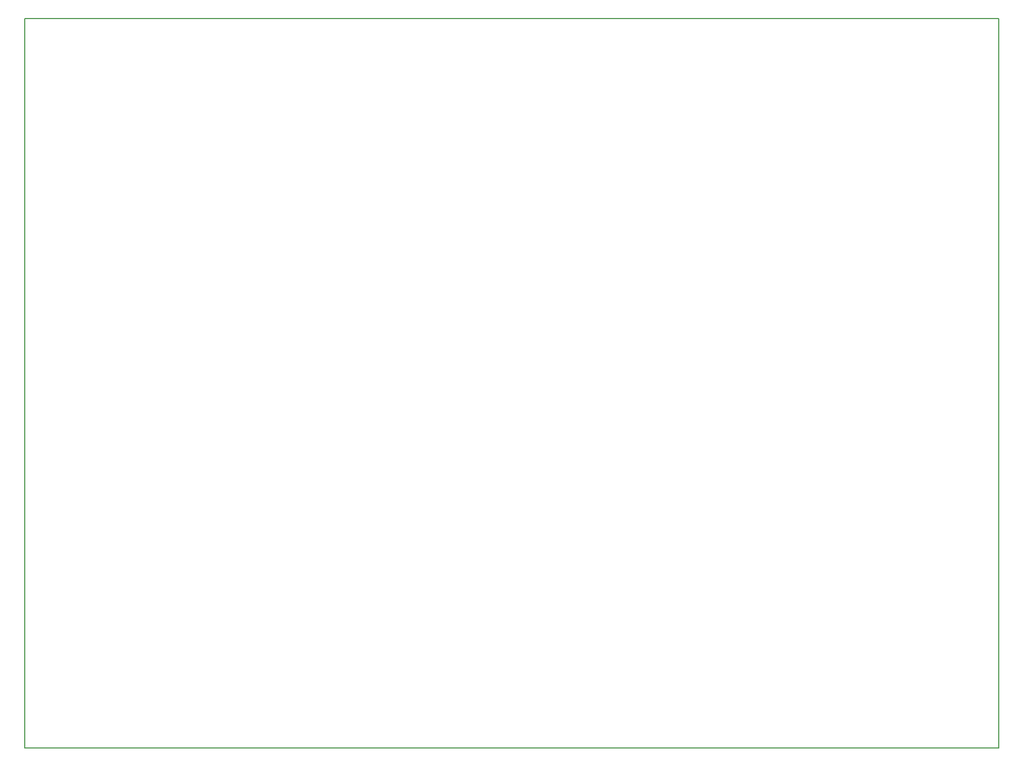
<source format=gm1>
G04 #@! TF.GenerationSoftware,KiCad,Pcbnew,5.0.2-bee76a0~70~ubuntu18.04.1*
G04 #@! TF.CreationDate,2019-03-31T10:33:46+02:00*
G04 #@! TF.ProjectId,Angelia,416e6765-6c69-4612-9e6b-696361645f70,rev?*
G04 #@! TF.SameCoordinates,Original*
G04 #@! TF.FileFunction,Profile,NP*
%FSLAX46Y46*%
G04 Gerber Fmt 4.6, Leading zero omitted, Abs format (unit mm)*
G04 Created by KiCad (PCBNEW 5.0.2-bee76a0~70~ubuntu18.04.1) date dim. 31 mars 2019 10:33:46 CEST*
%MOMM*%
%LPD*%
G01*
G04 APERTURE LIST*
%ADD10C,0.200000*%
G04 APERTURE END LIST*
D10*
X23596690Y21386890D02*
X23596690Y141386890D01*
X183596690Y141386890D02*
X23596690Y141386890D01*
X183596690Y21386890D02*
X183596690Y141386890D01*
X23596690Y21386890D02*
X183596690Y21386890D01*
M02*

</source>
